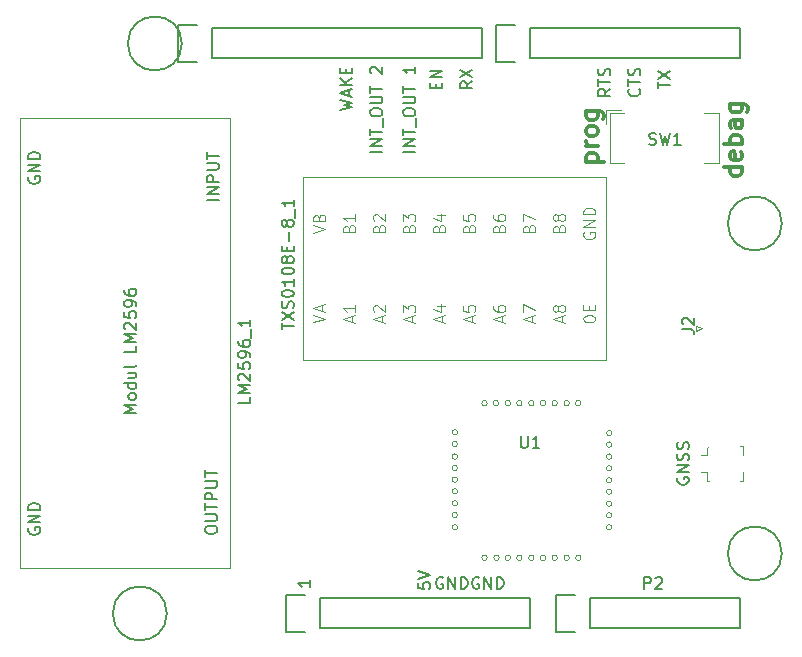
<source format=gbr>
G04 #@! TF.GenerationSoftware,KiCad,Pcbnew,(5.1.0)-1*
G04 #@! TF.CreationDate,2019-04-25T01:01:50+07:00*
G04 #@! TF.ProjectId,pcb shield ic cmx1500ge2,70636220-7368-4696-956c-642069632063,rev?*
G04 #@! TF.SameCoordinates,Original*
G04 #@! TF.FileFunction,Legend,Top*
G04 #@! TF.FilePolarity,Positive*
%FSLAX46Y46*%
G04 Gerber Fmt 4.6, Leading zero omitted, Abs format (unit mm)*
G04 Created by KiCad (PCBNEW (5.1.0)-1) date 2019-04-25 01:01:50*
%MOMM*%
%LPD*%
G04 APERTURE LIST*
%ADD10C,0.300000*%
%ADD11C,0.150000*%
%ADD12C,0.120000*%
%ADD13C,0.050000*%
G04 APERTURE END LIST*
D10*
X162746571Y-85581857D02*
X164246571Y-85581857D01*
X162818000Y-85581857D02*
X162746571Y-85439000D01*
X162746571Y-85153285D01*
X162818000Y-85010428D01*
X162889428Y-84939000D01*
X163032285Y-84867571D01*
X163460857Y-84867571D01*
X163603714Y-84939000D01*
X163675142Y-85010428D01*
X163746571Y-85153285D01*
X163746571Y-85439000D01*
X163675142Y-85581857D01*
X163746571Y-84224714D02*
X162746571Y-84224714D01*
X163032285Y-84224714D02*
X162889428Y-84153285D01*
X162818000Y-84081857D01*
X162746571Y-83939000D01*
X162746571Y-83796142D01*
X163746571Y-83081857D02*
X163675142Y-83224714D01*
X163603714Y-83296142D01*
X163460857Y-83367571D01*
X163032285Y-83367571D01*
X162889428Y-83296142D01*
X162818000Y-83224714D01*
X162746571Y-83081857D01*
X162746571Y-82867571D01*
X162818000Y-82724714D01*
X162889428Y-82653285D01*
X163032285Y-82581857D01*
X163460857Y-82581857D01*
X163603714Y-82653285D01*
X163675142Y-82724714D01*
X163746571Y-82867571D01*
X163746571Y-83081857D01*
X162746571Y-81296142D02*
X163960857Y-81296142D01*
X164103714Y-81367571D01*
X164175142Y-81439000D01*
X164246571Y-81581857D01*
X164246571Y-81796142D01*
X164175142Y-81939000D01*
X163675142Y-81296142D02*
X163746571Y-81439000D01*
X163746571Y-81724714D01*
X163675142Y-81867571D01*
X163603714Y-81939000D01*
X163460857Y-82010428D01*
X163032285Y-82010428D01*
X162889428Y-81939000D01*
X162818000Y-81867571D01*
X162746571Y-81724714D01*
X162746571Y-81439000D01*
X162818000Y-81296142D01*
X175938571Y-86050142D02*
X174438571Y-86050142D01*
X175867142Y-86050142D02*
X175938571Y-86193000D01*
X175938571Y-86478714D01*
X175867142Y-86621571D01*
X175795714Y-86693000D01*
X175652857Y-86764428D01*
X175224285Y-86764428D01*
X175081428Y-86693000D01*
X175010000Y-86621571D01*
X174938571Y-86478714D01*
X174938571Y-86193000D01*
X175010000Y-86050142D01*
X175867142Y-84764428D02*
X175938571Y-84907285D01*
X175938571Y-85193000D01*
X175867142Y-85335857D01*
X175724285Y-85407285D01*
X175152857Y-85407285D01*
X175010000Y-85335857D01*
X174938571Y-85193000D01*
X174938571Y-84907285D01*
X175010000Y-84764428D01*
X175152857Y-84693000D01*
X175295714Y-84693000D01*
X175438571Y-85407285D01*
X175938571Y-84050142D02*
X174438571Y-84050142D01*
X175010000Y-84050142D02*
X174938571Y-83907285D01*
X174938571Y-83621571D01*
X175010000Y-83478714D01*
X175081428Y-83407285D01*
X175224285Y-83335857D01*
X175652857Y-83335857D01*
X175795714Y-83407285D01*
X175867142Y-83478714D01*
X175938571Y-83621571D01*
X175938571Y-83907285D01*
X175867142Y-84050142D01*
X175938571Y-82050142D02*
X175152857Y-82050142D01*
X175010000Y-82121571D01*
X174938571Y-82264428D01*
X174938571Y-82550142D01*
X175010000Y-82693000D01*
X175867142Y-82050142D02*
X175938571Y-82193000D01*
X175938571Y-82550142D01*
X175867142Y-82693000D01*
X175724285Y-82764428D01*
X175581428Y-82764428D01*
X175438571Y-82693000D01*
X175367142Y-82550142D01*
X175367142Y-82193000D01*
X175295714Y-82050142D01*
X174938571Y-80693000D02*
X176152857Y-80693000D01*
X176295714Y-80764428D01*
X176367142Y-80835857D01*
X176438571Y-80978714D01*
X176438571Y-81193000D01*
X176367142Y-81335857D01*
X175867142Y-80693000D02*
X175938571Y-80835857D01*
X175938571Y-81121571D01*
X175867142Y-81264428D01*
X175795714Y-81335857D01*
X175652857Y-81407285D01*
X175224285Y-81407285D01*
X175081428Y-81335857D01*
X175010000Y-81264428D01*
X174938571Y-81121571D01*
X174938571Y-80835857D01*
X175010000Y-80693000D01*
D11*
X139390380Y-120999285D02*
X139390380Y-121570714D01*
X139390380Y-121285000D02*
X138390380Y-121285000D01*
X138533238Y-121380238D01*
X138628476Y-121475476D01*
X138676095Y-121570714D01*
X128244000Y-74015000D02*
X128244000Y-77115000D01*
X129794000Y-74015000D02*
X128244000Y-74015000D01*
X131064000Y-76835000D02*
X131064000Y-74295000D01*
X128244000Y-77115000D02*
X129794000Y-77115000D01*
X153924000Y-74295000D02*
X131064000Y-74295000D01*
X153924000Y-76835000D02*
X153924000Y-74295000D01*
X131064000Y-76835000D02*
X153924000Y-76835000D01*
X157988000Y-76835000D02*
X175768000Y-76835000D01*
X175768000Y-76835000D02*
X175768000Y-74295000D01*
X175768000Y-74295000D02*
X157988000Y-74295000D01*
X155168000Y-77115000D02*
X156718000Y-77115000D01*
X157988000Y-76835000D02*
X157988000Y-74295000D01*
X156718000Y-74015000D02*
X155168000Y-74015000D01*
X155168000Y-74015000D02*
X155168000Y-77115000D01*
D12*
X165978000Y-81465000D02*
X164778000Y-81465000D01*
X164778000Y-81465000D02*
X164778000Y-85665000D01*
X164778000Y-85665000D02*
X165978000Y-85665000D01*
X172778000Y-81465000D02*
X173978000Y-81465000D01*
X173978000Y-81465000D02*
X173978000Y-85665000D01*
X173978000Y-85665000D02*
X172778000Y-85665000D01*
X165678000Y-81165000D02*
X164478000Y-81165000D01*
X164478000Y-81165000D02*
X164478000Y-82365000D01*
X164938007Y-108559600D02*
G75*
G03X164938007Y-108559600I-230007J0D01*
G01*
X164938007Y-109524800D02*
G75*
G03X164938007Y-109524800I-230007J0D01*
G01*
X164938007Y-110540800D02*
G75*
G03X164938007Y-110540800I-230007J0D01*
G01*
X164938007Y-111531400D02*
G75*
G03X164938007Y-111531400I-230007J0D01*
G01*
X164938007Y-112547400D02*
G75*
G03X164938007Y-112547400I-230007J0D01*
G01*
X164938007Y-113512600D02*
G75*
G03X164938007Y-113512600I-230007J0D01*
G01*
X164938007Y-114528600D02*
G75*
G03X164938007Y-114528600I-230007J0D01*
G01*
X164938007Y-115519200D02*
G75*
G03X164938007Y-115519200I-230007J0D01*
G01*
X164938007Y-116535200D02*
G75*
G03X164938007Y-116535200I-230007J0D01*
G01*
X162307407Y-106015000D02*
G75*
G03X162307407Y-106015000I-230007J0D01*
G01*
X161342207Y-106015000D02*
G75*
G03X161342207Y-106015000I-230007J0D01*
G01*
X160326207Y-106015000D02*
G75*
G03X160326207Y-106015000I-230007J0D01*
G01*
X159335607Y-106015000D02*
G75*
G03X159335607Y-106015000I-230007J0D01*
G01*
X158345007Y-106015000D02*
G75*
G03X158345007Y-106015000I-230007J0D01*
G01*
X157329007Y-106015000D02*
G75*
G03X157329007Y-106015000I-230007J0D01*
G01*
X156363807Y-106015000D02*
G75*
G03X156363807Y-106015000I-230007J0D01*
G01*
X155347807Y-106015000D02*
G75*
G03X155347807Y-106015000I-230007J0D01*
G01*
X154382607Y-106015000D02*
G75*
G03X154382607Y-106015000I-230007J0D01*
G01*
X151868007Y-108483400D02*
G75*
G03X151868007Y-108483400I-230007J0D01*
G01*
X151868007Y-109474000D02*
G75*
G03X151868007Y-109474000I-230007J0D01*
G01*
X151868007Y-110540800D02*
G75*
G03X151868007Y-110540800I-230007J0D01*
G01*
X151868007Y-111506000D02*
G75*
G03X151868007Y-111506000I-230007J0D01*
G01*
X151868007Y-112496600D02*
G75*
G03X151868007Y-112496600I-230007J0D01*
G01*
X151868007Y-113487200D02*
G75*
G03X151868007Y-113487200I-230007J0D01*
G01*
X151868007Y-114503200D02*
G75*
G03X151868007Y-114503200I-230007J0D01*
G01*
X151868007Y-115493800D02*
G75*
G03X151868007Y-115493800I-230007J0D01*
G01*
X151868007Y-116535200D02*
G75*
G03X151868007Y-116535200I-230007J0D01*
G01*
X154382607Y-119115000D02*
G75*
G03X154382607Y-119115000I-230007J0D01*
G01*
X155398607Y-119115000D02*
G75*
G03X155398607Y-119115000I-230007J0D01*
G01*
X156363807Y-119115000D02*
G75*
G03X156363807Y-119115000I-230007J0D01*
G01*
X157329007Y-119115000D02*
G75*
G03X157329007Y-119115000I-230007J0D01*
G01*
X158345007Y-119115000D02*
G75*
G03X158345007Y-119115000I-230007J0D01*
G01*
X159335607Y-119115000D02*
G75*
G03X159335607Y-119115000I-230007J0D01*
G01*
X160326207Y-119115000D02*
G75*
G03X160326207Y-119115000I-230007J0D01*
G01*
X161342207Y-119115000D02*
G75*
G03X161342207Y-119115000I-230007J0D01*
G01*
X162332807Y-119115000D02*
G75*
G03X162332807Y-119115000I-230007J0D01*
G01*
X138811000Y-86868000D02*
X138811000Y-86995000D01*
X164465000Y-86868000D02*
X138811000Y-86868000D01*
X164465000Y-102362000D02*
X164465000Y-86868000D01*
X138811000Y-102362000D02*
X164465000Y-102362000D01*
X138811000Y-86995000D02*
X138811000Y-102362000D01*
X114808000Y-120015000D02*
X114808000Y-81915000D01*
X132588000Y-120015000D02*
X114808000Y-120015000D01*
X132588000Y-109855000D02*
X132588000Y-120015000D01*
X132588000Y-81915000D02*
X132588000Y-109855000D01*
X132588000Y-81915000D02*
X114808000Y-81915000D01*
X172558000Y-99695000D02*
X172058000Y-99445000D01*
X172058000Y-99445000D02*
X172058000Y-99945000D01*
X172058000Y-99945000D02*
X172558000Y-99695000D01*
X172998000Y-111825000D02*
X172498000Y-111825000D01*
X172998000Y-110425000D02*
X172498000Y-110425000D01*
X172998000Y-110425000D02*
X172998000Y-109825000D01*
X172998000Y-109825000D02*
X173198000Y-109625000D01*
X173198000Y-112625000D02*
X172998000Y-112625000D01*
X172998000Y-112625000D02*
X172998000Y-111825000D01*
X175998000Y-111825000D02*
X175998000Y-112625000D01*
X175998000Y-112625000D02*
X175798000Y-112625000D01*
X175798000Y-109625000D02*
X175998000Y-109625000D01*
X175998000Y-109625000D02*
X175998000Y-110425000D01*
D11*
X140208000Y-125095000D02*
X157988000Y-125095000D01*
X157988000Y-125095000D02*
X157988000Y-122555000D01*
X157988000Y-122555000D02*
X140208000Y-122555000D01*
X137388000Y-125375000D02*
X138938000Y-125375000D01*
X140208000Y-125095000D02*
X140208000Y-122555000D01*
X138938000Y-122275000D02*
X137388000Y-122275000D01*
X137388000Y-122275000D02*
X137388000Y-125375000D01*
X163068000Y-125095000D02*
X175768000Y-125095000D01*
X175768000Y-125095000D02*
X175768000Y-122555000D01*
X175768000Y-122555000D02*
X163068000Y-122555000D01*
X160248000Y-125375000D02*
X161798000Y-125375000D01*
X163068000Y-125095000D02*
X163068000Y-122555000D01*
X161798000Y-122275000D02*
X160248000Y-122275000D01*
X160248000Y-122275000D02*
X160248000Y-125375000D01*
X127254000Y-123825000D02*
G75*
G03X127254000Y-123825000I-2286000J0D01*
G01*
X179324000Y-118745000D02*
G75*
G03X179324000Y-118745000I-2286000J0D01*
G01*
X128524000Y-75565000D02*
G75*
G03X128524000Y-75565000I-2286000J0D01*
G01*
X179324000Y-90805000D02*
G75*
G03X179324000Y-90805000I-2286000J0D01*
G01*
X153106380Y-78779666D02*
X152630190Y-79113000D01*
X153106380Y-79351095D02*
X152106380Y-79351095D01*
X152106380Y-78970142D01*
X152154000Y-78874904D01*
X152201619Y-78827285D01*
X152296857Y-78779666D01*
X152439714Y-78779666D01*
X152534952Y-78827285D01*
X152582571Y-78874904D01*
X152630190Y-78970142D01*
X152630190Y-79351095D01*
X152106380Y-78446333D02*
X153106380Y-77779666D01*
X152106380Y-77779666D02*
X153106380Y-78446333D01*
X148280380Y-84724428D02*
X147280380Y-84724428D01*
X148280380Y-84248238D02*
X147280380Y-84248238D01*
X148280380Y-83676809D01*
X147280380Y-83676809D01*
X147280380Y-83343476D02*
X147280380Y-82772047D01*
X148280380Y-83057761D02*
X147280380Y-83057761D01*
X148375619Y-82676809D02*
X148375619Y-81914904D01*
X147280380Y-81486333D02*
X147280380Y-81295857D01*
X147328000Y-81200619D01*
X147423238Y-81105380D01*
X147613714Y-81057761D01*
X147947047Y-81057761D01*
X148137523Y-81105380D01*
X148232761Y-81200619D01*
X148280380Y-81295857D01*
X148280380Y-81486333D01*
X148232761Y-81581571D01*
X148137523Y-81676809D01*
X147947047Y-81724428D01*
X147613714Y-81724428D01*
X147423238Y-81676809D01*
X147328000Y-81581571D01*
X147280380Y-81486333D01*
X147280380Y-80629190D02*
X148089904Y-80629190D01*
X148185142Y-80581571D01*
X148232761Y-80533952D01*
X148280380Y-80438714D01*
X148280380Y-80248238D01*
X148232761Y-80153000D01*
X148185142Y-80105380D01*
X148089904Y-80057761D01*
X147280380Y-80057761D01*
X147280380Y-79724428D02*
X147280380Y-79153000D01*
X148280380Y-79438714D02*
X147280380Y-79438714D01*
X148280380Y-77533952D02*
X148280380Y-78105380D01*
X148280380Y-77819666D02*
X147280380Y-77819666D01*
X147423238Y-77914904D01*
X147518476Y-78010142D01*
X147566095Y-78105380D01*
X141946380Y-81184523D02*
X142946380Y-80946428D01*
X142232095Y-80755952D01*
X142946380Y-80565476D01*
X141946380Y-80327380D01*
X142660666Y-79994047D02*
X142660666Y-79517857D01*
X142946380Y-80089285D02*
X141946380Y-79755952D01*
X142946380Y-79422619D01*
X142946380Y-79089285D02*
X141946380Y-79089285D01*
X142946380Y-78517857D02*
X142374952Y-78946428D01*
X141946380Y-78517857D02*
X142517809Y-79089285D01*
X142422571Y-78089285D02*
X142422571Y-77755952D01*
X142946380Y-77613095D02*
X142946380Y-78089285D01*
X141946380Y-78089285D01*
X141946380Y-77613095D01*
X150042571Y-79351095D02*
X150042571Y-79017761D01*
X150566380Y-78874904D02*
X150566380Y-79351095D01*
X149566380Y-79351095D01*
X149566380Y-78874904D01*
X150566380Y-78446333D02*
X149566380Y-78446333D01*
X150566380Y-77874904D01*
X149566380Y-77874904D01*
X145486380Y-84724428D02*
X144486380Y-84724428D01*
X145486380Y-84248238D02*
X144486380Y-84248238D01*
X145486380Y-83676809D01*
X144486380Y-83676809D01*
X144486380Y-83343476D02*
X144486380Y-82772047D01*
X145486380Y-83057761D02*
X144486380Y-83057761D01*
X145581619Y-82676809D02*
X145581619Y-81914904D01*
X144486380Y-81486333D02*
X144486380Y-81295857D01*
X144534000Y-81200619D01*
X144629238Y-81105380D01*
X144819714Y-81057761D01*
X145153047Y-81057761D01*
X145343523Y-81105380D01*
X145438761Y-81200619D01*
X145486380Y-81295857D01*
X145486380Y-81486333D01*
X145438761Y-81581571D01*
X145343523Y-81676809D01*
X145153047Y-81724428D01*
X144819714Y-81724428D01*
X144629238Y-81676809D01*
X144534000Y-81581571D01*
X144486380Y-81486333D01*
X144486380Y-80629190D02*
X145295904Y-80629190D01*
X145391142Y-80581571D01*
X145438761Y-80533952D01*
X145486380Y-80438714D01*
X145486380Y-80248238D01*
X145438761Y-80153000D01*
X145391142Y-80105380D01*
X145295904Y-80057761D01*
X144486380Y-80057761D01*
X144486380Y-79724428D02*
X144486380Y-79153000D01*
X145486380Y-79438714D02*
X144486380Y-79438714D01*
X144581619Y-78105380D02*
X144534000Y-78057761D01*
X144486380Y-77962523D01*
X144486380Y-77724428D01*
X144534000Y-77629190D01*
X144581619Y-77581571D01*
X144676857Y-77533952D01*
X144772095Y-77533952D01*
X144914952Y-77581571D01*
X145486380Y-78153000D01*
X145486380Y-77533952D01*
X168870380Y-79374904D02*
X168870380Y-78803476D01*
X169870380Y-79089190D02*
X168870380Y-79089190D01*
X168870380Y-78565380D02*
X169870380Y-77898714D01*
X168870380Y-77898714D02*
X169870380Y-78565380D01*
X167235142Y-79414619D02*
X167282761Y-79462238D01*
X167330380Y-79605095D01*
X167330380Y-79700333D01*
X167282761Y-79843190D01*
X167187523Y-79938428D01*
X167092285Y-79986047D01*
X166901809Y-80033666D01*
X166758952Y-80033666D01*
X166568476Y-79986047D01*
X166473238Y-79938428D01*
X166378000Y-79843190D01*
X166330380Y-79700333D01*
X166330380Y-79605095D01*
X166378000Y-79462238D01*
X166425619Y-79414619D01*
X166330380Y-79128904D02*
X166330380Y-78557476D01*
X167330380Y-78843190D02*
X166330380Y-78843190D01*
X167282761Y-78271761D02*
X167330380Y-78128904D01*
X167330380Y-77890809D01*
X167282761Y-77795571D01*
X167235142Y-77747952D01*
X167139904Y-77700333D01*
X167044666Y-77700333D01*
X166949428Y-77747952D01*
X166901809Y-77795571D01*
X166854190Y-77890809D01*
X166806571Y-78081285D01*
X166758952Y-78176523D01*
X166711333Y-78224142D01*
X166616095Y-78271761D01*
X166520857Y-78271761D01*
X166425619Y-78224142D01*
X166378000Y-78176523D01*
X166330380Y-78081285D01*
X166330380Y-77843190D01*
X166378000Y-77700333D01*
X164790380Y-79414619D02*
X164314190Y-79747952D01*
X164790380Y-79986047D02*
X163790380Y-79986047D01*
X163790380Y-79605095D01*
X163838000Y-79509857D01*
X163885619Y-79462238D01*
X163980857Y-79414619D01*
X164123714Y-79414619D01*
X164218952Y-79462238D01*
X164266571Y-79509857D01*
X164314190Y-79605095D01*
X164314190Y-79986047D01*
X163790380Y-79128904D02*
X163790380Y-78557476D01*
X164790380Y-78843190D02*
X163790380Y-78843190D01*
X164742761Y-78271761D02*
X164790380Y-78128904D01*
X164790380Y-77890809D01*
X164742761Y-77795571D01*
X164695142Y-77747952D01*
X164599904Y-77700333D01*
X164504666Y-77700333D01*
X164409428Y-77747952D01*
X164361809Y-77795571D01*
X164314190Y-77890809D01*
X164266571Y-78081285D01*
X164218952Y-78176523D01*
X164171333Y-78224142D01*
X164076095Y-78271761D01*
X163980857Y-78271761D01*
X163885619Y-78224142D01*
X163838000Y-78176523D01*
X163790380Y-78081285D01*
X163790380Y-77843190D01*
X163838000Y-77700333D01*
X168084666Y-84097761D02*
X168227523Y-84145380D01*
X168465619Y-84145380D01*
X168560857Y-84097761D01*
X168608476Y-84050142D01*
X168656095Y-83954904D01*
X168656095Y-83859666D01*
X168608476Y-83764428D01*
X168560857Y-83716809D01*
X168465619Y-83669190D01*
X168275142Y-83621571D01*
X168179904Y-83573952D01*
X168132285Y-83526333D01*
X168084666Y-83431095D01*
X168084666Y-83335857D01*
X168132285Y-83240619D01*
X168179904Y-83193000D01*
X168275142Y-83145380D01*
X168513238Y-83145380D01*
X168656095Y-83193000D01*
X168989428Y-83145380D02*
X169227523Y-84145380D01*
X169418000Y-83431095D01*
X169608476Y-84145380D01*
X169846571Y-83145380D01*
X170751333Y-84145380D02*
X170179904Y-84145380D01*
X170465619Y-84145380D02*
X170465619Y-83145380D01*
X170370380Y-83288238D01*
X170275142Y-83383476D01*
X170179904Y-83431095D01*
X157226095Y-108799380D02*
X157226095Y-109608904D01*
X157273714Y-109704142D01*
X157321333Y-109751761D01*
X157416571Y-109799380D01*
X157607047Y-109799380D01*
X157702285Y-109751761D01*
X157749904Y-109704142D01*
X157797523Y-109608904D01*
X157797523Y-108799380D01*
X158797523Y-109799380D02*
X158226095Y-109799380D01*
X158511809Y-109799380D02*
X158511809Y-108799380D01*
X158416571Y-108942238D01*
X158321333Y-109037476D01*
X158226095Y-109085095D01*
X136993380Y-99781619D02*
X136993380Y-99210190D01*
X137993380Y-99495904D02*
X136993380Y-99495904D01*
X136993380Y-98972095D02*
X137993380Y-98305428D01*
X136993380Y-98305428D02*
X137993380Y-98972095D01*
X137945761Y-97972095D02*
X137993380Y-97829238D01*
X137993380Y-97591142D01*
X137945761Y-97495904D01*
X137898142Y-97448285D01*
X137802904Y-97400666D01*
X137707666Y-97400666D01*
X137612428Y-97448285D01*
X137564809Y-97495904D01*
X137517190Y-97591142D01*
X137469571Y-97781619D01*
X137421952Y-97876857D01*
X137374333Y-97924476D01*
X137279095Y-97972095D01*
X137183857Y-97972095D01*
X137088619Y-97924476D01*
X137041000Y-97876857D01*
X136993380Y-97781619D01*
X136993380Y-97543523D01*
X137041000Y-97400666D01*
X136993380Y-96781619D02*
X136993380Y-96686380D01*
X137041000Y-96591142D01*
X137088619Y-96543523D01*
X137183857Y-96495904D01*
X137374333Y-96448285D01*
X137612428Y-96448285D01*
X137802904Y-96495904D01*
X137898142Y-96543523D01*
X137945761Y-96591142D01*
X137993380Y-96686380D01*
X137993380Y-96781619D01*
X137945761Y-96876857D01*
X137898142Y-96924476D01*
X137802904Y-96972095D01*
X137612428Y-97019714D01*
X137374333Y-97019714D01*
X137183857Y-96972095D01*
X137088619Y-96924476D01*
X137041000Y-96876857D01*
X136993380Y-96781619D01*
X137993380Y-95495904D02*
X137993380Y-96067333D01*
X137993380Y-95781619D02*
X136993380Y-95781619D01*
X137136238Y-95876857D01*
X137231476Y-95972095D01*
X137279095Y-96067333D01*
X136993380Y-94876857D02*
X136993380Y-94781619D01*
X137041000Y-94686380D01*
X137088619Y-94638761D01*
X137183857Y-94591142D01*
X137374333Y-94543523D01*
X137612428Y-94543523D01*
X137802904Y-94591142D01*
X137898142Y-94638761D01*
X137945761Y-94686380D01*
X137993380Y-94781619D01*
X137993380Y-94876857D01*
X137945761Y-94972095D01*
X137898142Y-95019714D01*
X137802904Y-95067333D01*
X137612428Y-95114952D01*
X137374333Y-95114952D01*
X137183857Y-95067333D01*
X137088619Y-95019714D01*
X137041000Y-94972095D01*
X136993380Y-94876857D01*
X137421952Y-93972095D02*
X137374333Y-94067333D01*
X137326714Y-94114952D01*
X137231476Y-94162571D01*
X137183857Y-94162571D01*
X137088619Y-94114952D01*
X137041000Y-94067333D01*
X136993380Y-93972095D01*
X136993380Y-93781619D01*
X137041000Y-93686380D01*
X137088619Y-93638761D01*
X137183857Y-93591142D01*
X137231476Y-93591142D01*
X137326714Y-93638761D01*
X137374333Y-93686380D01*
X137421952Y-93781619D01*
X137421952Y-93972095D01*
X137469571Y-94067333D01*
X137517190Y-94114952D01*
X137612428Y-94162571D01*
X137802904Y-94162571D01*
X137898142Y-94114952D01*
X137945761Y-94067333D01*
X137993380Y-93972095D01*
X137993380Y-93781619D01*
X137945761Y-93686380D01*
X137898142Y-93638761D01*
X137802904Y-93591142D01*
X137612428Y-93591142D01*
X137517190Y-93638761D01*
X137469571Y-93686380D01*
X137421952Y-93781619D01*
X137469571Y-93162571D02*
X137469571Y-92829238D01*
X137993380Y-92686380D02*
X137993380Y-93162571D01*
X136993380Y-93162571D01*
X136993380Y-92686380D01*
X137612428Y-92257809D02*
X137612428Y-91495904D01*
X137421952Y-90876857D02*
X137374333Y-90972095D01*
X137326714Y-91019714D01*
X137231476Y-91067333D01*
X137183857Y-91067333D01*
X137088619Y-91019714D01*
X137041000Y-90972095D01*
X136993380Y-90876857D01*
X136993380Y-90686380D01*
X137041000Y-90591142D01*
X137088619Y-90543523D01*
X137183857Y-90495904D01*
X137231476Y-90495904D01*
X137326714Y-90543523D01*
X137374333Y-90591142D01*
X137421952Y-90686380D01*
X137421952Y-90876857D01*
X137469571Y-90972095D01*
X137517190Y-91019714D01*
X137612428Y-91067333D01*
X137802904Y-91067333D01*
X137898142Y-91019714D01*
X137945761Y-90972095D01*
X137993380Y-90876857D01*
X137993380Y-90686380D01*
X137945761Y-90591142D01*
X137898142Y-90543523D01*
X137802904Y-90495904D01*
X137612428Y-90495904D01*
X137517190Y-90543523D01*
X137469571Y-90591142D01*
X137421952Y-90686380D01*
X138088619Y-90305428D02*
X138088619Y-89543523D01*
X137993380Y-88781619D02*
X137993380Y-89353047D01*
X137993380Y-89067333D02*
X136993380Y-89067333D01*
X137136238Y-89162571D01*
X137231476Y-89257809D01*
X137279095Y-89353047D01*
D13*
X139660380Y-91638333D02*
X140660380Y-91305000D01*
X139660380Y-90971666D01*
X140136571Y-90305000D02*
X140184190Y-90162142D01*
X140231809Y-90114523D01*
X140327047Y-90066904D01*
X140469904Y-90066904D01*
X140565142Y-90114523D01*
X140612761Y-90162142D01*
X140660380Y-90257380D01*
X140660380Y-90638333D01*
X139660380Y-90638333D01*
X139660380Y-90305000D01*
X139708000Y-90209761D01*
X139755619Y-90162142D01*
X139850857Y-90114523D01*
X139946095Y-90114523D01*
X140041333Y-90162142D01*
X140088952Y-90209761D01*
X140136571Y-90305000D01*
X140136571Y-90638333D01*
X142676571Y-91209761D02*
X142724190Y-91066904D01*
X142771809Y-91019285D01*
X142867047Y-90971666D01*
X143009904Y-90971666D01*
X143105142Y-91019285D01*
X143152761Y-91066904D01*
X143200380Y-91162142D01*
X143200380Y-91543095D01*
X142200380Y-91543095D01*
X142200380Y-91209761D01*
X142248000Y-91114523D01*
X142295619Y-91066904D01*
X142390857Y-91019285D01*
X142486095Y-91019285D01*
X142581333Y-91066904D01*
X142628952Y-91114523D01*
X142676571Y-91209761D01*
X142676571Y-91543095D01*
X143200380Y-90019285D02*
X143200380Y-90590714D01*
X143200380Y-90305000D02*
X142200380Y-90305000D01*
X142343238Y-90400238D01*
X142438476Y-90495476D01*
X142486095Y-90590714D01*
X145216571Y-91209761D02*
X145264190Y-91066904D01*
X145311809Y-91019285D01*
X145407047Y-90971666D01*
X145549904Y-90971666D01*
X145645142Y-91019285D01*
X145692761Y-91066904D01*
X145740380Y-91162142D01*
X145740380Y-91543095D01*
X144740380Y-91543095D01*
X144740380Y-91209761D01*
X144788000Y-91114523D01*
X144835619Y-91066904D01*
X144930857Y-91019285D01*
X145026095Y-91019285D01*
X145121333Y-91066904D01*
X145168952Y-91114523D01*
X145216571Y-91209761D01*
X145216571Y-91543095D01*
X144835619Y-90590714D02*
X144788000Y-90543095D01*
X144740380Y-90447857D01*
X144740380Y-90209761D01*
X144788000Y-90114523D01*
X144835619Y-90066904D01*
X144930857Y-90019285D01*
X145026095Y-90019285D01*
X145168952Y-90066904D01*
X145740380Y-90638333D01*
X145740380Y-90019285D01*
X147756571Y-91209761D02*
X147804190Y-91066904D01*
X147851809Y-91019285D01*
X147947047Y-90971666D01*
X148089904Y-90971666D01*
X148185142Y-91019285D01*
X148232761Y-91066904D01*
X148280380Y-91162142D01*
X148280380Y-91543095D01*
X147280380Y-91543095D01*
X147280380Y-91209761D01*
X147328000Y-91114523D01*
X147375619Y-91066904D01*
X147470857Y-91019285D01*
X147566095Y-91019285D01*
X147661333Y-91066904D01*
X147708952Y-91114523D01*
X147756571Y-91209761D01*
X147756571Y-91543095D01*
X147280380Y-90638333D02*
X147280380Y-90019285D01*
X147661333Y-90352619D01*
X147661333Y-90209761D01*
X147708952Y-90114523D01*
X147756571Y-90066904D01*
X147851809Y-90019285D01*
X148089904Y-90019285D01*
X148185142Y-90066904D01*
X148232761Y-90114523D01*
X148280380Y-90209761D01*
X148280380Y-90495476D01*
X148232761Y-90590714D01*
X148185142Y-90638333D01*
X150296571Y-91209761D02*
X150344190Y-91066904D01*
X150391809Y-91019285D01*
X150487047Y-90971666D01*
X150629904Y-90971666D01*
X150725142Y-91019285D01*
X150772761Y-91066904D01*
X150820380Y-91162142D01*
X150820380Y-91543095D01*
X149820380Y-91543095D01*
X149820380Y-91209761D01*
X149868000Y-91114523D01*
X149915619Y-91066904D01*
X150010857Y-91019285D01*
X150106095Y-91019285D01*
X150201333Y-91066904D01*
X150248952Y-91114523D01*
X150296571Y-91209761D01*
X150296571Y-91543095D01*
X150153714Y-90114523D02*
X150820380Y-90114523D01*
X149772761Y-90352619D02*
X150487047Y-90590714D01*
X150487047Y-89971666D01*
X152836571Y-91209761D02*
X152884190Y-91066904D01*
X152931809Y-91019285D01*
X153027047Y-90971666D01*
X153169904Y-90971666D01*
X153265142Y-91019285D01*
X153312761Y-91066904D01*
X153360380Y-91162142D01*
X153360380Y-91543095D01*
X152360380Y-91543095D01*
X152360380Y-91209761D01*
X152408000Y-91114523D01*
X152455619Y-91066904D01*
X152550857Y-91019285D01*
X152646095Y-91019285D01*
X152741333Y-91066904D01*
X152788952Y-91114523D01*
X152836571Y-91209761D01*
X152836571Y-91543095D01*
X152360380Y-90066904D02*
X152360380Y-90543095D01*
X152836571Y-90590714D01*
X152788952Y-90543095D01*
X152741333Y-90447857D01*
X152741333Y-90209761D01*
X152788952Y-90114523D01*
X152836571Y-90066904D01*
X152931809Y-90019285D01*
X153169904Y-90019285D01*
X153265142Y-90066904D01*
X153312761Y-90114523D01*
X153360380Y-90209761D01*
X153360380Y-90447857D01*
X153312761Y-90543095D01*
X153265142Y-90590714D01*
X155376571Y-91209761D02*
X155424190Y-91066904D01*
X155471809Y-91019285D01*
X155567047Y-90971666D01*
X155709904Y-90971666D01*
X155805142Y-91019285D01*
X155852761Y-91066904D01*
X155900380Y-91162142D01*
X155900380Y-91543095D01*
X154900380Y-91543095D01*
X154900380Y-91209761D01*
X154948000Y-91114523D01*
X154995619Y-91066904D01*
X155090857Y-91019285D01*
X155186095Y-91019285D01*
X155281333Y-91066904D01*
X155328952Y-91114523D01*
X155376571Y-91209761D01*
X155376571Y-91543095D01*
X154900380Y-90114523D02*
X154900380Y-90305000D01*
X154948000Y-90400238D01*
X154995619Y-90447857D01*
X155138476Y-90543095D01*
X155328952Y-90590714D01*
X155709904Y-90590714D01*
X155805142Y-90543095D01*
X155852761Y-90495476D01*
X155900380Y-90400238D01*
X155900380Y-90209761D01*
X155852761Y-90114523D01*
X155805142Y-90066904D01*
X155709904Y-90019285D01*
X155471809Y-90019285D01*
X155376571Y-90066904D01*
X155328952Y-90114523D01*
X155281333Y-90209761D01*
X155281333Y-90400238D01*
X155328952Y-90495476D01*
X155376571Y-90543095D01*
X155471809Y-90590714D01*
X157916571Y-91209761D02*
X157964190Y-91066904D01*
X158011809Y-91019285D01*
X158107047Y-90971666D01*
X158249904Y-90971666D01*
X158345142Y-91019285D01*
X158392761Y-91066904D01*
X158440380Y-91162142D01*
X158440380Y-91543095D01*
X157440380Y-91543095D01*
X157440380Y-91209761D01*
X157488000Y-91114523D01*
X157535619Y-91066904D01*
X157630857Y-91019285D01*
X157726095Y-91019285D01*
X157821333Y-91066904D01*
X157868952Y-91114523D01*
X157916571Y-91209761D01*
X157916571Y-91543095D01*
X157440380Y-90638333D02*
X157440380Y-89971666D01*
X158440380Y-90400238D01*
X160456571Y-91209761D02*
X160504190Y-91066904D01*
X160551809Y-91019285D01*
X160647047Y-90971666D01*
X160789904Y-90971666D01*
X160885142Y-91019285D01*
X160932761Y-91066904D01*
X160980380Y-91162142D01*
X160980380Y-91543095D01*
X159980380Y-91543095D01*
X159980380Y-91209761D01*
X160028000Y-91114523D01*
X160075619Y-91066904D01*
X160170857Y-91019285D01*
X160266095Y-91019285D01*
X160361333Y-91066904D01*
X160408952Y-91114523D01*
X160456571Y-91209761D01*
X160456571Y-91543095D01*
X160408952Y-90400238D02*
X160361333Y-90495476D01*
X160313714Y-90543095D01*
X160218476Y-90590714D01*
X160170857Y-90590714D01*
X160075619Y-90543095D01*
X160028000Y-90495476D01*
X159980380Y-90400238D01*
X159980380Y-90209761D01*
X160028000Y-90114523D01*
X160075619Y-90066904D01*
X160170857Y-90019285D01*
X160218476Y-90019285D01*
X160313714Y-90066904D01*
X160361333Y-90114523D01*
X160408952Y-90209761D01*
X160408952Y-90400238D01*
X160456571Y-90495476D01*
X160504190Y-90543095D01*
X160599428Y-90590714D01*
X160789904Y-90590714D01*
X160885142Y-90543095D01*
X160932761Y-90495476D01*
X160980380Y-90400238D01*
X160980380Y-90209761D01*
X160932761Y-90114523D01*
X160885142Y-90066904D01*
X160789904Y-90019285D01*
X160599428Y-90019285D01*
X160504190Y-90066904D01*
X160456571Y-90114523D01*
X160408952Y-90209761D01*
X162568000Y-91566904D02*
X162520380Y-91662142D01*
X162520380Y-91805000D01*
X162568000Y-91947857D01*
X162663238Y-92043095D01*
X162758476Y-92090714D01*
X162948952Y-92138333D01*
X163091809Y-92138333D01*
X163282285Y-92090714D01*
X163377523Y-92043095D01*
X163472761Y-91947857D01*
X163520380Y-91805000D01*
X163520380Y-91709761D01*
X163472761Y-91566904D01*
X163425142Y-91519285D01*
X163091809Y-91519285D01*
X163091809Y-91709761D01*
X163520380Y-91090714D02*
X162520380Y-91090714D01*
X163520380Y-90519285D01*
X162520380Y-90519285D01*
X163520380Y-90043095D02*
X162520380Y-90043095D01*
X162520380Y-89805000D01*
X162568000Y-89662142D01*
X162663238Y-89566904D01*
X162758476Y-89519285D01*
X162948952Y-89471666D01*
X163091809Y-89471666D01*
X163282285Y-89519285D01*
X163377523Y-89566904D01*
X163472761Y-89662142D01*
X163520380Y-89805000D01*
X163520380Y-90043095D01*
X162520380Y-98925000D02*
X162520380Y-98829761D01*
X162568000Y-98734523D01*
X162615619Y-98686904D01*
X162710857Y-98639285D01*
X162901333Y-98591666D01*
X163139428Y-98591666D01*
X163329904Y-98639285D01*
X163425142Y-98686904D01*
X163472761Y-98734523D01*
X163520380Y-98829761D01*
X163520380Y-98925000D01*
X163472761Y-99020238D01*
X163425142Y-99067857D01*
X163329904Y-99115476D01*
X163139428Y-99163095D01*
X162901333Y-99163095D01*
X162710857Y-99115476D01*
X162615619Y-99067857D01*
X162568000Y-99020238D01*
X162520380Y-98925000D01*
X162996571Y-98163095D02*
X162996571Y-97829761D01*
X163520380Y-97686904D02*
X163520380Y-98163095D01*
X162520380Y-98163095D01*
X162520380Y-97686904D01*
X160694666Y-99139285D02*
X160694666Y-98663095D01*
X160980380Y-99234523D02*
X159980380Y-98901190D01*
X160980380Y-98567857D01*
X160408952Y-98091666D02*
X160361333Y-98186904D01*
X160313714Y-98234523D01*
X160218476Y-98282142D01*
X160170857Y-98282142D01*
X160075619Y-98234523D01*
X160028000Y-98186904D01*
X159980380Y-98091666D01*
X159980380Y-97901190D01*
X160028000Y-97805952D01*
X160075619Y-97758333D01*
X160170857Y-97710714D01*
X160218476Y-97710714D01*
X160313714Y-97758333D01*
X160361333Y-97805952D01*
X160408952Y-97901190D01*
X160408952Y-98091666D01*
X160456571Y-98186904D01*
X160504190Y-98234523D01*
X160599428Y-98282142D01*
X160789904Y-98282142D01*
X160885142Y-98234523D01*
X160932761Y-98186904D01*
X160980380Y-98091666D01*
X160980380Y-97901190D01*
X160932761Y-97805952D01*
X160885142Y-97758333D01*
X160789904Y-97710714D01*
X160599428Y-97710714D01*
X160504190Y-97758333D01*
X160456571Y-97805952D01*
X160408952Y-97901190D01*
X158154666Y-99139285D02*
X158154666Y-98663095D01*
X158440380Y-99234523D02*
X157440380Y-98901190D01*
X158440380Y-98567857D01*
X157440380Y-98329761D02*
X157440380Y-97663095D01*
X158440380Y-98091666D01*
X155614666Y-99139285D02*
X155614666Y-98663095D01*
X155900380Y-99234523D02*
X154900380Y-98901190D01*
X155900380Y-98567857D01*
X154900380Y-97805952D02*
X154900380Y-97996428D01*
X154948000Y-98091666D01*
X154995619Y-98139285D01*
X155138476Y-98234523D01*
X155328952Y-98282142D01*
X155709904Y-98282142D01*
X155805142Y-98234523D01*
X155852761Y-98186904D01*
X155900380Y-98091666D01*
X155900380Y-97901190D01*
X155852761Y-97805952D01*
X155805142Y-97758333D01*
X155709904Y-97710714D01*
X155471809Y-97710714D01*
X155376571Y-97758333D01*
X155328952Y-97805952D01*
X155281333Y-97901190D01*
X155281333Y-98091666D01*
X155328952Y-98186904D01*
X155376571Y-98234523D01*
X155471809Y-98282142D01*
X153074666Y-99139285D02*
X153074666Y-98663095D01*
X153360380Y-99234523D02*
X152360380Y-98901190D01*
X153360380Y-98567857D01*
X152360380Y-97758333D02*
X152360380Y-98234523D01*
X152836571Y-98282142D01*
X152788952Y-98234523D01*
X152741333Y-98139285D01*
X152741333Y-97901190D01*
X152788952Y-97805952D01*
X152836571Y-97758333D01*
X152931809Y-97710714D01*
X153169904Y-97710714D01*
X153265142Y-97758333D01*
X153312761Y-97805952D01*
X153360380Y-97901190D01*
X153360380Y-98139285D01*
X153312761Y-98234523D01*
X153265142Y-98282142D01*
X150534666Y-99139285D02*
X150534666Y-98663095D01*
X150820380Y-99234523D02*
X149820380Y-98901190D01*
X150820380Y-98567857D01*
X150153714Y-97805952D02*
X150820380Y-97805952D01*
X149772761Y-98044047D02*
X150487047Y-98282142D01*
X150487047Y-97663095D01*
X147994666Y-99139285D02*
X147994666Y-98663095D01*
X148280380Y-99234523D02*
X147280380Y-98901190D01*
X148280380Y-98567857D01*
X147280380Y-98329761D02*
X147280380Y-97710714D01*
X147661333Y-98044047D01*
X147661333Y-97901190D01*
X147708952Y-97805952D01*
X147756571Y-97758333D01*
X147851809Y-97710714D01*
X148089904Y-97710714D01*
X148185142Y-97758333D01*
X148232761Y-97805952D01*
X148280380Y-97901190D01*
X148280380Y-98186904D01*
X148232761Y-98282142D01*
X148185142Y-98329761D01*
X145454666Y-99139285D02*
X145454666Y-98663095D01*
X145740380Y-99234523D02*
X144740380Y-98901190D01*
X145740380Y-98567857D01*
X144835619Y-98282142D02*
X144788000Y-98234523D01*
X144740380Y-98139285D01*
X144740380Y-97901190D01*
X144788000Y-97805952D01*
X144835619Y-97758333D01*
X144930857Y-97710714D01*
X145026095Y-97710714D01*
X145168952Y-97758333D01*
X145740380Y-98329761D01*
X145740380Y-97710714D01*
X142914666Y-99139285D02*
X142914666Y-98663095D01*
X143200380Y-99234523D02*
X142200380Y-98901190D01*
X143200380Y-98567857D01*
X143200380Y-97710714D02*
X143200380Y-98282142D01*
X143200380Y-97996428D02*
X142200380Y-97996428D01*
X142343238Y-98091666D01*
X142438476Y-98186904D01*
X142486095Y-98282142D01*
X139660380Y-99186904D02*
X140660380Y-98853571D01*
X139660380Y-98520238D01*
X140374666Y-98234523D02*
X140374666Y-97758333D01*
X140660380Y-98329761D02*
X139660380Y-97996428D01*
X140660380Y-97663095D01*
D11*
X134310380Y-105512809D02*
X134310380Y-105989000D01*
X133310380Y-105989000D01*
X134310380Y-105179476D02*
X133310380Y-105179476D01*
X134024666Y-104846142D01*
X133310380Y-104512809D01*
X134310380Y-104512809D01*
X133405619Y-104084238D02*
X133358000Y-104036619D01*
X133310380Y-103941380D01*
X133310380Y-103703285D01*
X133358000Y-103608047D01*
X133405619Y-103560428D01*
X133500857Y-103512809D01*
X133596095Y-103512809D01*
X133738952Y-103560428D01*
X134310380Y-104131857D01*
X134310380Y-103512809D01*
X133310380Y-102608047D02*
X133310380Y-103084238D01*
X133786571Y-103131857D01*
X133738952Y-103084238D01*
X133691333Y-102989000D01*
X133691333Y-102750904D01*
X133738952Y-102655666D01*
X133786571Y-102608047D01*
X133881809Y-102560428D01*
X134119904Y-102560428D01*
X134215142Y-102608047D01*
X134262761Y-102655666D01*
X134310380Y-102750904D01*
X134310380Y-102989000D01*
X134262761Y-103084238D01*
X134215142Y-103131857D01*
X134310380Y-102084238D02*
X134310380Y-101893761D01*
X134262761Y-101798523D01*
X134215142Y-101750904D01*
X134072285Y-101655666D01*
X133881809Y-101608047D01*
X133500857Y-101608047D01*
X133405619Y-101655666D01*
X133358000Y-101703285D01*
X133310380Y-101798523D01*
X133310380Y-101989000D01*
X133358000Y-102084238D01*
X133405619Y-102131857D01*
X133500857Y-102179476D01*
X133738952Y-102179476D01*
X133834190Y-102131857D01*
X133881809Y-102084238D01*
X133929428Y-101989000D01*
X133929428Y-101798523D01*
X133881809Y-101703285D01*
X133834190Y-101655666D01*
X133738952Y-101608047D01*
X133310380Y-100750904D02*
X133310380Y-100941380D01*
X133358000Y-101036619D01*
X133405619Y-101084238D01*
X133548476Y-101179476D01*
X133738952Y-101227095D01*
X134119904Y-101227095D01*
X134215142Y-101179476D01*
X134262761Y-101131857D01*
X134310380Y-101036619D01*
X134310380Y-100846142D01*
X134262761Y-100750904D01*
X134215142Y-100703285D01*
X134119904Y-100655666D01*
X133881809Y-100655666D01*
X133786571Y-100703285D01*
X133738952Y-100750904D01*
X133691333Y-100846142D01*
X133691333Y-101036619D01*
X133738952Y-101131857D01*
X133786571Y-101179476D01*
X133881809Y-101227095D01*
X134405619Y-100465190D02*
X134405619Y-99703285D01*
X134310380Y-98941380D02*
X134310380Y-99512809D01*
X134310380Y-99227095D02*
X133310380Y-99227095D01*
X133453238Y-99322333D01*
X133548476Y-99417571D01*
X133596095Y-99512809D01*
X130516380Y-116831761D02*
X130516380Y-116641285D01*
X130564000Y-116546047D01*
X130659238Y-116450809D01*
X130849714Y-116403190D01*
X131183047Y-116403190D01*
X131373523Y-116450809D01*
X131468761Y-116546047D01*
X131516380Y-116641285D01*
X131516380Y-116831761D01*
X131468761Y-116927000D01*
X131373523Y-117022238D01*
X131183047Y-117069857D01*
X130849714Y-117069857D01*
X130659238Y-117022238D01*
X130564000Y-116927000D01*
X130516380Y-116831761D01*
X130516380Y-115974619D02*
X131325904Y-115974619D01*
X131421142Y-115927000D01*
X131468761Y-115879380D01*
X131516380Y-115784142D01*
X131516380Y-115593666D01*
X131468761Y-115498428D01*
X131421142Y-115450809D01*
X131325904Y-115403190D01*
X130516380Y-115403190D01*
X130516380Y-115069857D02*
X130516380Y-114498428D01*
X131516380Y-114784142D02*
X130516380Y-114784142D01*
X131516380Y-114165095D02*
X130516380Y-114165095D01*
X130516380Y-113784142D01*
X130564000Y-113688904D01*
X130611619Y-113641285D01*
X130706857Y-113593666D01*
X130849714Y-113593666D01*
X130944952Y-113641285D01*
X130992571Y-113688904D01*
X131040190Y-113784142D01*
X131040190Y-114165095D01*
X130516380Y-113165095D02*
X131325904Y-113165095D01*
X131421142Y-113117476D01*
X131468761Y-113069857D01*
X131516380Y-112974619D01*
X131516380Y-112784142D01*
X131468761Y-112688904D01*
X131421142Y-112641285D01*
X131325904Y-112593666D01*
X130516380Y-112593666D01*
X130516380Y-112260333D02*
X130516380Y-111688904D01*
X131516380Y-111974619D02*
X130516380Y-111974619D01*
X115578000Y-116585904D02*
X115530380Y-116681142D01*
X115530380Y-116824000D01*
X115578000Y-116966857D01*
X115673238Y-117062095D01*
X115768476Y-117109714D01*
X115958952Y-117157333D01*
X116101809Y-117157333D01*
X116292285Y-117109714D01*
X116387523Y-117062095D01*
X116482761Y-116966857D01*
X116530380Y-116824000D01*
X116530380Y-116728761D01*
X116482761Y-116585904D01*
X116435142Y-116538285D01*
X116101809Y-116538285D01*
X116101809Y-116728761D01*
X116530380Y-116109714D02*
X115530380Y-116109714D01*
X116530380Y-115538285D01*
X115530380Y-115538285D01*
X116530380Y-115062095D02*
X115530380Y-115062095D01*
X115530380Y-114824000D01*
X115578000Y-114681142D01*
X115673238Y-114585904D01*
X115768476Y-114538285D01*
X115958952Y-114490666D01*
X116101809Y-114490666D01*
X116292285Y-114538285D01*
X116387523Y-114585904D01*
X116482761Y-114681142D01*
X116530380Y-114824000D01*
X116530380Y-115062095D01*
X115578000Y-86867904D02*
X115530380Y-86963142D01*
X115530380Y-87106000D01*
X115578000Y-87248857D01*
X115673238Y-87344095D01*
X115768476Y-87391714D01*
X115958952Y-87439333D01*
X116101809Y-87439333D01*
X116292285Y-87391714D01*
X116387523Y-87344095D01*
X116482761Y-87248857D01*
X116530380Y-87106000D01*
X116530380Y-87010761D01*
X116482761Y-86867904D01*
X116435142Y-86820285D01*
X116101809Y-86820285D01*
X116101809Y-87010761D01*
X116530380Y-86391714D02*
X115530380Y-86391714D01*
X116530380Y-85820285D01*
X115530380Y-85820285D01*
X116530380Y-85344095D02*
X115530380Y-85344095D01*
X115530380Y-85106000D01*
X115578000Y-84963142D01*
X115673238Y-84867904D01*
X115768476Y-84820285D01*
X115958952Y-84772666D01*
X116101809Y-84772666D01*
X116292285Y-84820285D01*
X116387523Y-84867904D01*
X116482761Y-84963142D01*
X116530380Y-85106000D01*
X116530380Y-85344095D01*
X131643380Y-88796571D02*
X130643380Y-88796571D01*
X131643380Y-88320380D02*
X130643380Y-88320380D01*
X131643380Y-87748952D01*
X130643380Y-87748952D01*
X131643380Y-87272761D02*
X130643380Y-87272761D01*
X130643380Y-86891809D01*
X130691000Y-86796571D01*
X130738619Y-86748952D01*
X130833857Y-86701333D01*
X130976714Y-86701333D01*
X131071952Y-86748952D01*
X131119571Y-86796571D01*
X131167190Y-86891809D01*
X131167190Y-87272761D01*
X130643380Y-86272761D02*
X131452904Y-86272761D01*
X131548142Y-86225142D01*
X131595761Y-86177523D01*
X131643380Y-86082285D01*
X131643380Y-85891809D01*
X131595761Y-85796571D01*
X131548142Y-85748952D01*
X131452904Y-85701333D01*
X130643380Y-85701333D01*
X130643380Y-85368000D02*
X130643380Y-84796571D01*
X131643380Y-85082285D02*
X130643380Y-85082285D01*
X124658380Y-106814285D02*
X123658380Y-106814285D01*
X124372666Y-106480952D01*
X123658380Y-106147619D01*
X124658380Y-106147619D01*
X124658380Y-105528571D02*
X124610761Y-105623809D01*
X124563142Y-105671428D01*
X124467904Y-105719047D01*
X124182190Y-105719047D01*
X124086952Y-105671428D01*
X124039333Y-105623809D01*
X123991714Y-105528571D01*
X123991714Y-105385714D01*
X124039333Y-105290476D01*
X124086952Y-105242857D01*
X124182190Y-105195238D01*
X124467904Y-105195238D01*
X124563142Y-105242857D01*
X124610761Y-105290476D01*
X124658380Y-105385714D01*
X124658380Y-105528571D01*
X124658380Y-104338095D02*
X123658380Y-104338095D01*
X124610761Y-104338095D02*
X124658380Y-104433333D01*
X124658380Y-104623809D01*
X124610761Y-104719047D01*
X124563142Y-104766666D01*
X124467904Y-104814285D01*
X124182190Y-104814285D01*
X124086952Y-104766666D01*
X124039333Y-104719047D01*
X123991714Y-104623809D01*
X123991714Y-104433333D01*
X124039333Y-104338095D01*
X123991714Y-103433333D02*
X124658380Y-103433333D01*
X123991714Y-103861904D02*
X124515523Y-103861904D01*
X124610761Y-103814285D01*
X124658380Y-103719047D01*
X124658380Y-103576190D01*
X124610761Y-103480952D01*
X124563142Y-103433333D01*
X124658380Y-102814285D02*
X124610761Y-102909523D01*
X124515523Y-102957142D01*
X123658380Y-102957142D01*
X124658380Y-101195238D02*
X124658380Y-101671428D01*
X123658380Y-101671428D01*
X124658380Y-100861904D02*
X123658380Y-100861904D01*
X124372666Y-100528571D01*
X123658380Y-100195238D01*
X124658380Y-100195238D01*
X123753619Y-99766666D02*
X123706000Y-99719047D01*
X123658380Y-99623809D01*
X123658380Y-99385714D01*
X123706000Y-99290476D01*
X123753619Y-99242857D01*
X123848857Y-99195238D01*
X123944095Y-99195238D01*
X124086952Y-99242857D01*
X124658380Y-99814285D01*
X124658380Y-99195238D01*
X123658380Y-98290476D02*
X123658380Y-98766666D01*
X124134571Y-98814285D01*
X124086952Y-98766666D01*
X124039333Y-98671428D01*
X124039333Y-98433333D01*
X124086952Y-98338095D01*
X124134571Y-98290476D01*
X124229809Y-98242857D01*
X124467904Y-98242857D01*
X124563142Y-98290476D01*
X124610761Y-98338095D01*
X124658380Y-98433333D01*
X124658380Y-98671428D01*
X124610761Y-98766666D01*
X124563142Y-98814285D01*
X124658380Y-97766666D02*
X124658380Y-97576190D01*
X124610761Y-97480952D01*
X124563142Y-97433333D01*
X124420285Y-97338095D01*
X124229809Y-97290476D01*
X123848857Y-97290476D01*
X123753619Y-97338095D01*
X123706000Y-97385714D01*
X123658380Y-97480952D01*
X123658380Y-97671428D01*
X123706000Y-97766666D01*
X123753619Y-97814285D01*
X123848857Y-97861904D01*
X124086952Y-97861904D01*
X124182190Y-97814285D01*
X124229809Y-97766666D01*
X124277428Y-97671428D01*
X124277428Y-97480952D01*
X124229809Y-97385714D01*
X124182190Y-97338095D01*
X124086952Y-97290476D01*
X123658380Y-96433333D02*
X123658380Y-96623809D01*
X123706000Y-96719047D01*
X123753619Y-96766666D01*
X123896476Y-96861904D01*
X124086952Y-96909523D01*
X124467904Y-96909523D01*
X124563142Y-96861904D01*
X124610761Y-96814285D01*
X124658380Y-96719047D01*
X124658380Y-96528571D01*
X124610761Y-96433333D01*
X124563142Y-96385714D01*
X124467904Y-96338095D01*
X124229809Y-96338095D01*
X124134571Y-96385714D01*
X124086952Y-96433333D01*
X124039333Y-96528571D01*
X124039333Y-96719047D01*
X124086952Y-96814285D01*
X124134571Y-96861904D01*
X124229809Y-96909523D01*
X170902380Y-99774333D02*
X171616666Y-99774333D01*
X171759523Y-99821952D01*
X171854761Y-99917190D01*
X171902380Y-100060047D01*
X171902380Y-100155285D01*
X170997619Y-99345761D02*
X170950000Y-99298142D01*
X170902380Y-99202904D01*
X170902380Y-98964809D01*
X170950000Y-98869571D01*
X170997619Y-98821952D01*
X171092857Y-98774333D01*
X171188095Y-98774333D01*
X171330952Y-98821952D01*
X171902380Y-99393380D01*
X171902380Y-98774333D01*
X170498000Y-112339285D02*
X170450380Y-112434523D01*
X170450380Y-112577380D01*
X170498000Y-112720238D01*
X170593238Y-112815476D01*
X170688476Y-112863095D01*
X170878952Y-112910714D01*
X171021809Y-112910714D01*
X171212285Y-112863095D01*
X171307523Y-112815476D01*
X171402761Y-112720238D01*
X171450380Y-112577380D01*
X171450380Y-112482142D01*
X171402761Y-112339285D01*
X171355142Y-112291666D01*
X171021809Y-112291666D01*
X171021809Y-112482142D01*
X171450380Y-111863095D02*
X170450380Y-111863095D01*
X171450380Y-111291666D01*
X170450380Y-111291666D01*
X171402761Y-110863095D02*
X171450380Y-110720238D01*
X171450380Y-110482142D01*
X171402761Y-110386904D01*
X171355142Y-110339285D01*
X171259904Y-110291666D01*
X171164666Y-110291666D01*
X171069428Y-110339285D01*
X171021809Y-110386904D01*
X170974190Y-110482142D01*
X170926571Y-110672619D01*
X170878952Y-110767857D01*
X170831333Y-110815476D01*
X170736095Y-110863095D01*
X170640857Y-110863095D01*
X170545619Y-110815476D01*
X170498000Y-110767857D01*
X170450380Y-110672619D01*
X170450380Y-110434523D01*
X170498000Y-110291666D01*
X171402761Y-109910714D02*
X171450380Y-109767857D01*
X171450380Y-109529761D01*
X171402761Y-109434523D01*
X171355142Y-109386904D01*
X171259904Y-109339285D01*
X171164666Y-109339285D01*
X171069428Y-109386904D01*
X171021809Y-109434523D01*
X170974190Y-109529761D01*
X170926571Y-109720238D01*
X170878952Y-109815476D01*
X170831333Y-109863095D01*
X170736095Y-109910714D01*
X170640857Y-109910714D01*
X170545619Y-109863095D01*
X170498000Y-109815476D01*
X170450380Y-109720238D01*
X170450380Y-109482142D01*
X170498000Y-109339285D01*
X148550380Y-121221476D02*
X148550380Y-121697666D01*
X149026571Y-121745285D01*
X148978952Y-121697666D01*
X148931333Y-121602428D01*
X148931333Y-121364333D01*
X148978952Y-121269095D01*
X149026571Y-121221476D01*
X149121809Y-121173857D01*
X149359904Y-121173857D01*
X149455142Y-121221476D01*
X149502761Y-121269095D01*
X149550380Y-121364333D01*
X149550380Y-121602428D01*
X149502761Y-121697666D01*
X149455142Y-121745285D01*
X148550380Y-120888142D02*
X149550380Y-120554809D01*
X148550380Y-120221476D01*
X150622095Y-120785000D02*
X150526857Y-120737380D01*
X150384000Y-120737380D01*
X150241142Y-120785000D01*
X150145904Y-120880238D01*
X150098285Y-120975476D01*
X150050666Y-121165952D01*
X150050666Y-121308809D01*
X150098285Y-121499285D01*
X150145904Y-121594523D01*
X150241142Y-121689761D01*
X150384000Y-121737380D01*
X150479238Y-121737380D01*
X150622095Y-121689761D01*
X150669714Y-121642142D01*
X150669714Y-121308809D01*
X150479238Y-121308809D01*
X151098285Y-121737380D02*
X151098285Y-120737380D01*
X151669714Y-121737380D01*
X151669714Y-120737380D01*
X152145904Y-121737380D02*
X152145904Y-120737380D01*
X152384000Y-120737380D01*
X152526857Y-120785000D01*
X152622095Y-120880238D01*
X152669714Y-120975476D01*
X152717333Y-121165952D01*
X152717333Y-121308809D01*
X152669714Y-121499285D01*
X152622095Y-121594523D01*
X152526857Y-121689761D01*
X152384000Y-121737380D01*
X152145904Y-121737380D01*
X153670095Y-120785000D02*
X153574857Y-120737380D01*
X153432000Y-120737380D01*
X153289142Y-120785000D01*
X153193904Y-120880238D01*
X153146285Y-120975476D01*
X153098666Y-121165952D01*
X153098666Y-121308809D01*
X153146285Y-121499285D01*
X153193904Y-121594523D01*
X153289142Y-121689761D01*
X153432000Y-121737380D01*
X153527238Y-121737380D01*
X153670095Y-121689761D01*
X153717714Y-121642142D01*
X153717714Y-121308809D01*
X153527238Y-121308809D01*
X154146285Y-121737380D02*
X154146285Y-120737380D01*
X154717714Y-121737380D01*
X154717714Y-120737380D01*
X155193904Y-121737380D02*
X155193904Y-120737380D01*
X155432000Y-120737380D01*
X155574857Y-120785000D01*
X155670095Y-120880238D01*
X155717714Y-120975476D01*
X155765333Y-121165952D01*
X155765333Y-121308809D01*
X155717714Y-121499285D01*
X155670095Y-121594523D01*
X155574857Y-121689761D01*
X155432000Y-121737380D01*
X155193904Y-121737380D01*
X167663904Y-121737380D02*
X167663904Y-120737380D01*
X168044857Y-120737380D01*
X168140095Y-120785000D01*
X168187714Y-120832619D01*
X168235333Y-120927857D01*
X168235333Y-121070714D01*
X168187714Y-121165952D01*
X168140095Y-121213571D01*
X168044857Y-121261190D01*
X167663904Y-121261190D01*
X168616285Y-120832619D02*
X168663904Y-120785000D01*
X168759142Y-120737380D01*
X168997238Y-120737380D01*
X169092476Y-120785000D01*
X169140095Y-120832619D01*
X169187714Y-120927857D01*
X169187714Y-121023095D01*
X169140095Y-121165952D01*
X168568666Y-121737380D01*
X169187714Y-121737380D01*
M02*

</source>
